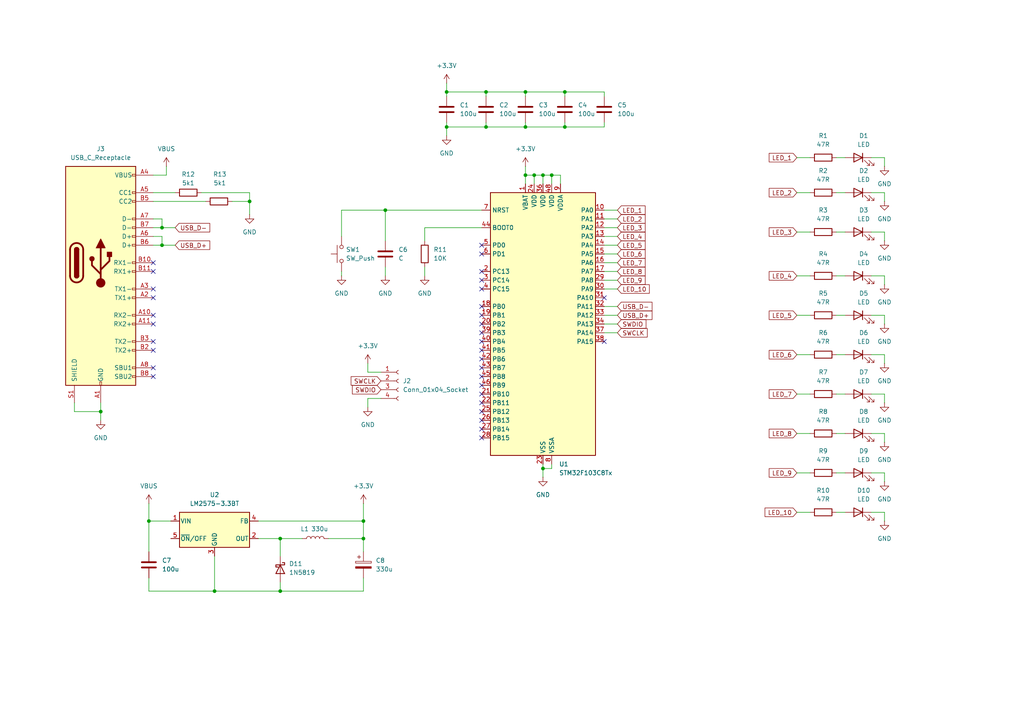
<source format=kicad_sch>
(kicad_sch (version 20250114) (generator "eeschema") (generator_version "9.0")
  (paper "A4")
  (lib_symbols
    (symbol "Connector:Conn_01x04_Socket" (pin_names (offset 1.016) (hide yes))
      (property "Reference" "J" (at 0 5.08 0))
      (property "Value" "Conn_01x04_Socket" (at 0 -7.62 0))
      (symbol "Conn_01x04_Socket_1_1"
        (polyline (pts (xy -1.27 2.54) (xy -0.508 2.54)) (stroke (width 0.1524)))
        (polyline (pts (xy -1.27 0) (xy -0.508 0)) (stroke (width 0.1524)))
        (polyline (pts (xy -1.27 -2.54) (xy -0.508 -2.54)) (stroke (width 0.1524)))
        (polyline (pts (xy -1.27 -5.08) (xy -0.508 -5.08)) (stroke (width 0.1524)))
        (arc (start 0 2.032) (mid -0.5058 2.54) (end 0 3.048) (stroke (width 0.1524)))
        (arc (start 0 -0.508) (mid -0.5058 0) (end 0 0.508) (stroke (width 0.1524)))
        (arc (start 0 -3.048) (mid -0.5058 -2.54) (end 0 -2.032) (stroke (width 0.1524)))
        (arc (start 0 -5.588) (mid -0.5058 -5.08) (end 0 -4.572) (stroke (width 0.1524)))
        (pin passive line (at -5.08 2.54 0) (length 3.81) (name "Pin_1") (number "1"))
        (pin passive line (at -5.08 0 0) (length 3.81) (name "Pin_2") (number "2"))
        (pin passive line (at -5.08 -2.54 0) (length 3.81) (name "Pin_3") (number "3"))
        (pin passive line (at -5.08 -5.08 0) (length 3.81) (name "Pin_4") (number "4"))
      )
    )
    (symbol "Connector:USB_C_Receptacle" (pin_names (offset 1.016))
      (property "Reference" "J" (at -10.16 29.21 0))
      (property "Value" "USB_C_Receptacle" (at 10.16 29.21 0))
      (symbol "USB_C_Receptacle_0_0"
        (rectangle (start -0.254 -35.56) (end 0.254 -34.544))
        (rectangle (start 10.16 25.654) (end 9.144 25.146))
        (rectangle (start 10.16 20.574) (end 9.144 20.066))
        (rectangle (start 10.16 18.034) (end 9.144 17.526))
        (rectangle (start 10.16 12.954) (end 9.144 12.446))
        (rectangle (start 10.16 10.414) (end 9.144 9.906))
        (rectangle (start 10.16 7.874) (end 9.144 7.366))
        (rectangle (start 10.16 5.334) (end 9.144 4.826))
        (rectangle (start 10.16 0.254) (end 9.144 -0.254))
        (rectangle (start 10.16 -2.286) (end 9.144 -2.794))
        (rectangle (start 10.16 -7.366) (end 9.144 -7.874))
        (rectangle (start 10.16 -9.906) (end 9.144 -10.414))
        (rectangle (start 10.16 -14.986) (end 9.144 -15.494))
        (rectangle (start 10.16 -17.526) (end 9.144 -18.034))
        (rectangle (start 10.16 -22.606) (end 9.144 -23.114))
        (rectangle (start 10.16 -25.146) (end 9.144 -25.654))
        (rectangle (start 10.16 -30.226) (end 9.144 -30.734))
        (rectangle (start 10.16 -32.766) (end 9.144 -33.274))
      )
      (symbol "USB_C_Receptacle_0_1"
        (rectangle (start -10.16 27.94) (end 10.16 -35.56) (stroke (width 0.254)) (fill (type background)))
        (polyline (pts (xy -8.89 -3.81) (xy -8.89 3.81)) (stroke (width 0.508)))
        (rectangle (start -7.62 -3.81) (end -6.35 3.81) (stroke (width 0.254)) (fill (type outline)))
        (arc (start -7.62 3.81) (mid -6.985 4.4423) (end -6.35 3.81) (stroke (width 0.254)))
        (arc (start -7.62 3.81) (mid -6.985 4.4423) (end -6.35 3.81) (stroke (width 0.254)) (fill (type outline)))
        (arc (start -8.89 3.81) (mid -6.985 5.7067) (end -5.08 3.81) (stroke (width 0.508)))
        (arc (start -5.08 -3.81) (mid -6.985 -5.7067) (end -8.89 -3.81) (stroke (width 0.508)))
        (arc (start -6.35 -3.81) (mid -6.985 -4.4423) (end -7.62 -3.81) (stroke (width 0.254)))
        (arc (start -6.35 -3.81) (mid -6.985 -4.4423) (end -7.62 -3.81) (stroke (width 0.254)) (fill (type outline)))
        (polyline (pts (xy -5.08 3.81) (xy -5.08 -3.81)) (stroke (width 0.508)))
      )
      (symbol "USB_C_Receptacle_1_1"
        (circle (center -2.54 1.143) (radius 0.635) (stroke (width 0.254)) (fill (type outline)))
        (polyline (pts (xy -1.27 4.318) (xy 0 6.858) (xy 1.27 4.318) (xy -1.27 4.318)) (stroke (width 0.254)) (fill (type outline)))
        (polyline (pts (xy 0 -2.032) (xy 2.54 0.508) (xy 2.54 1.778)) (stroke (width 0.508)))
        (polyline (pts (xy 0 -3.302) (xy -2.54 -0.762) (xy -2.54 0.508)) (stroke (width 0.508)))
        (polyline (pts (xy 0 -5.842) (xy 0 4.318)) (stroke (width 0.508)))
        (circle (center 0 -5.842) (radius 1.27) (fill (type outline)))
        (rectangle (start 1.905 1.778) (end 3.175 3.048) (stroke (width 0.254)) (fill (type outline)))
        (pin passive line (at -7.62 -40.64 90) (length 5.08) (name "SHIELD") (number "S1"))
        (pin passive line (at 0 -40.64 90) (length 5.08) (name "GND") (number "A1"))
        (pin passive line (at 0 -40.64 90) (length 5.08) (hide yes) (name "GND") (number "A12"))
        (pin passive line (at 0 -40.64 90) (length 5.08) (hide yes) (name "GND") (number "B1"))
        (pin passive line (at 0 -40.64 90) (length 5.08) (hide yes) (name "GND") (number "B12"))
        (pin passive line (at 15.24 25.4 180) (length 5.08) (name "VBUS") (number "A4"))
        (pin passive line (at 15.24 25.4 180) (length 5.08) (hide yes) (name "VBUS") (number "A9"))
        (pin passive line (at 15.24 25.4 180) (length 5.08) (hide yes) (name "VBUS") (number "B4"))
        (pin passive line (at 15.24 25.4 180) (length 5.08) (hide yes) (name "VBUS") (number "B9"))
        (pin bidirectional line (at 15.24 20.32 180) (length 5.08) (name "CC1") (number "A5"))
        (pin bidirectional line (at 15.24 17.78 180) (length 5.08) (name "CC2") (number "B5"))
        (pin bidirectional line (at 15.24 12.7 180) (length 5.08) (name "D-") (number "A7"))
        (pin bidirectional line (at 15.24 10.16 180) (length 5.08) (name "D-") (number "B7"))
        (pin bidirectional line (at 15.24 7.62 180) (length 5.08) (name "D+") (number "A6"))
        (pin bidirectional line (at 15.24 5.08 180) (length 5.08) (name "D+") (number "B6"))
        (pin bidirectional line (at 15.24 0 180) (length 5.08) (name "RX1-") (number "B10"))
        (pin bidirectional line (at 15.24 -2.54 180) (length 5.08) (name "RX1+") (number "B11"))
        (pin bidirectional line (at 15.24 -7.62 180) (length 5.08) (name "TX1-") (number "A3"))
        (pin bidirectional line (at 15.24 -10.16 180) (length 5.08) (name "TX1+") (number "A2"))
        (pin bidirectional line (at 15.24 -15.24 180) (length 5.08) (name "RX2-") (number "A10"))
        (pin bidirectional line (at 15.24 -17.78 180) (length 5.08) (name "RX2+") (number "A11"))
        (pin bidirectional line (at 15.24 -22.86 180) (length 5.08) (name "TX2-") (number "B3"))
        (pin bidirectional line (at 15.24 -25.4 180) (length 5.08) (name "TX2+") (number "B2"))
        (pin bidirectional line (at 15.24 -30.48 180) (length 5.08) (name "SBU1") (number "A8"))
        (pin bidirectional line (at 15.24 -33.02 180) (length 5.08) (name "SBU2") (number "B8"))
      )
    )
    (symbol "Device:C" (pin_numbers (hide yes)) (pin_names (offset 0.254))
      (property "Reference" "C" (at 0.635 2.54 0))
      (property "Value" "C" (at 0.635 -2.54 0))
      (symbol "C_0_1"
        (polyline (pts (xy -2.032 0.762) (xy 2.032 0.762)) (stroke (width 0.508)))
        (polyline (pts (xy -2.032 -0.762) (xy 2.032 -0.762)) (stroke (width 0.508)))
      )
      (symbol "C_1_1"
        (pin passive line (at 0 3.81 270) (length 2.794) (name "~") (number "1"))
        (pin passive line (at 0 -3.81 90) (length 2.794) (name "~") (number "2"))
      )
    )
    (symbol "Device:C_Polarized" (pin_numbers (hide yes)) (pin_names (offset 0.254))
      (property "Reference" "C" (at 0.635 2.54 0))
      (property "Value" "C_Polarized" (at 0.635 -2.54 0))
      (symbol "C_Polarized_0_1"
        (rectangle (start -2.286 0.508) (end 2.286 1.016))
        (polyline (pts (xy -1.778 2.286) (xy -0.762 2.286)))
        (polyline (pts (xy -1.27 2.794) (xy -1.27 1.778)))
        (rectangle (start 2.286 -0.508) (end -2.286 -1.016) (fill (type outline)))
      )
      (symbol "C_Polarized_1_1"
        (pin passive line (at 0 3.81 270) (length 2.794) (name "~") (number "1"))
        (pin passive line (at 0 -3.81 90) (length 2.794) (name "~") (number "2"))
      )
    )
    (symbol "Device:L" (pin_numbers (hide yes)) (pin_names (offset 1.016) (hide yes))
      (property "Reference" "L" (at -1.27 0 90))
      (property "Value" "L" (at 1.905 0 90))
      (symbol "L_0_1"
        (arc (start 0 2.54) (mid 0.6323 1.905) (end 0 1.27))
        (arc (start 0 1.27) (mid 0.6323 0.635) (end 0 0))
        (arc (start 0 0) (mid 0.6323 -0.635) (end 0 -1.27))
        (arc (start 0 -1.27) (mid 0.6323 -1.905) (end 0 -2.54))
      )
      (symbol "L_1_1"
        (pin passive line (at 0 3.81 270) (length 1.27) (name "1") (number "1"))
        (pin passive line (at 0 -3.81 90) (length 1.27) (name "2") (number "2"))
      )
    )
    (symbol "Device:LED" (pin_numbers (hide yes)) (pin_names (offset 1.016) (hide yes))
      (property "Reference" "D" (at 0 2.54 0))
      (property "Value" "LED" (at 0 -2.54 0))
      (symbol "LED_0_1"
        (polyline (pts (xy -3.048 -0.762) (xy -4.572 -2.286) (xy -3.81 -2.286) (xy -4.572 -2.286) (xy -4.572 -1.524)))
        (polyline (pts (xy -1.778 -0.762) (xy -3.302 -2.286) (xy -2.54 -2.286) (xy -3.302 -2.286) (xy -3.302 -1.524)))
        (polyline (pts (xy -1.27 0) (xy 1.27 0)))
        (polyline (pts (xy -1.27 -1.27) (xy -1.27 1.27)) (stroke (width 0.254)))
        (polyline (pts (xy 1.27 -1.27) (xy 1.27 1.27) (xy -1.27 0) (xy 1.27 -1.27)) (stroke (width 0.254)))
      )
      (symbol "LED_1_1"
        (pin passive line (at -3.81 0 0) (length 2.54) (name "K") (number "1"))
        (pin passive line (at 3.81 0 180) (length 2.54) (name "A") (number "2"))
      )
    )
    (symbol "Device:R" (pin_numbers (hide yes)) (pin_names (offset 0))
      (property "Reference" "R" (at 2.032 0 90))
      (property "Value" "R" (at 0 0 90))
      (symbol "R_0_1"
        (rectangle (start -1.016 -2.54) (end 1.016 2.54) (stroke (width 0.254)))
      )
      (symbol "R_1_1"
        (pin passive line (at 0 3.81 270) (length 1.27) (name "~") (number "1"))
        (pin passive line (at 0 -3.81 90) (length 1.27) (name "~") (number "2"))
      )
    )
    (symbol "Diode:1N5819" (pin_numbers (hide yes)) (pin_names (offset 1.016) (hide yes))
      (property "Reference" "D" (at 0 2.54 0))
      (property "Value" "1N5819" (at 0 -2.54 0))
      (symbol "1N5819_0_1"
        (polyline (pts (xy -1.905 0.635) (xy -1.905 1.27) (xy -1.27 1.27) (xy -1.27 -1.27) (xy -0.635 -1.27) (xy -0.635 -0.635)) (stroke (width 0.254)))
        (polyline (pts (xy 1.27 1.27) (xy 1.27 -1.27) (xy -1.27 0) (xy 1.27 1.27)) (stroke (width 0.254)))
        (polyline (pts (xy 1.27 0) (xy -1.27 0)))
      )
      (symbol "1N5819_1_1"
        (pin passive line (at -3.81 0 0) (length 2.54) (name "K") (number "1"))
        (pin passive line (at 3.81 0 180) (length 2.54) (name "A") (number "2"))
      )
    )
    (symbol "MCU_ST_STM32F1:STM32F103C8Tx"
      (property "Reference" "U" (at -15.24 39.37 0))
      (property "Value" "STM32F103C8Tx" (at 7.62 39.37 0))
      (symbol "STM32F103C8Tx_0_1"
        (rectangle (start -15.24 -38.1) (end 15.24 38.1) (stroke (width 0.254)) (fill (type background)))
      )
      (symbol "STM32F103C8Tx_1_1"
        (pin input line (at -17.78 33.02 0) (length 2.54) (name "NRST") (number "7"))
        (pin input line (at -17.78 27.94 0) (length 2.54) (name "BOOT0") (number "44"))
        (pin bidirectional line (at -17.78 22.86 0) (length 2.54) (name "PD0") (number "5"))
        (pin bidirectional line (at -17.78 20.32 0) (length 2.54) (name "PD1") (number "6"))
        (pin bidirectional line (at -17.78 15.24 0) (length 2.54) (name "PC13") (number "2"))
        (pin bidirectional line (at -17.78 12.7 0) (length 2.54) (name "PC14") (number "3"))
        (pin bidirectional line (at -17.78 10.16 0) (length 2.54) (name "PC15") (number "4"))
        (pin bidirectional line (at -17.78 5.08 0) (length 2.54) (name "PB0") (number "18"))
        (pin bidirectional line (at -17.78 2.54 0) (length 2.54) (name "PB1") (number "19"))
        (pin bidirectional line (at -17.78 0 0) (length 2.54) (name "PB2") (number "20"))
        (pin bidirectional line (at -17.78 -2.54 0) (length 2.54) (name "PB3") (number "39"))
        (pin bidirectional line (at -17.78 -5.08 0) (length 2.54) (name "PB4") (number "40"))
        (pin bidirectional line (at -17.78 -7.62 0) (length 2.54) (name "PB5") (number "41"))
        (pin bidirectional line (at -17.78 -10.16 0) (length 2.54) (name "PB6") (number "42"))
        (pin bidirectional line (at -17.78 -12.7 0) (length 2.54) (name "PB7") (number "43"))
        (pin bidirectional line (at -17.78 -15.24 0) (length 2.54) (name "PB8") (number "45"))
        (pin bidirectional line (at -17.78 -17.78 0) (length 2.54) (name "PB9") (number "46"))
        (pin bidirectional line (at -17.78 -20.32 0) (length 2.54) (name "PB10") (number "21"))
        (pin bidirectional line (at -17.78 -22.86 0) (length 2.54) (name "PB11") (number "22"))
        (pin bidirectional line (at -17.78 -25.4 0) (length 2.54) (name "PB12") (number "25"))
        (pin bidirectional line (at -17.78 -27.94 0) (length 2.54) (name "PB13") (number "26"))
        (pin bidirectional line (at -17.78 -30.48 0) (length 2.54) (name "PB14") (number "27"))
        (pin bidirectional line (at -17.78 -33.02 0) (length 2.54) (name "PB15") (number "28"))
        (pin power_in line (at -5.08 40.64 270) (length 2.54) (name "VBAT") (number "1"))
        (pin power_in line (at -2.54 40.64 270) (length 2.54) (name "VDD") (number "24"))
        (pin power_in line (at 0 40.64 270) (length 2.54) (name "VDD") (number "36"))
        (pin power_in line (at 0 -40.64 90) (length 2.54) (name "VSS") (number "23"))
        (pin passive line (at 0 -40.64 90) (length 2.54) (hide yes) (name "VSS") (number "35"))
        (pin passive line (at 0 -40.64 90) (length 2.54) (hide yes) (name "VSS") (number "47"))
        (pin power_in line (at 2.54 40.64 270) (length 2.54) (name "VDD") (number "48"))
        (pin power_in line (at 2.54 -40.64 90) (length 2.54) (name "VSSA") (number "8"))
        (pin power_in line (at 5.08 40.64 270) (length 2.54) (name "VDDA") (number "9"))
        (pin bidirectional line (at 17.78 33.02 180) (length 2.54) (name "PA0") (number "10"))
        (pin bidirectional line (at 17.78 30.48 180) (length 2.54) (name "PA1") (number "11"))
        (pin bidirectional line (at 17.78 27.94 180) (length 2.54) (name "PA2") (number "12"))
        (pin bidirectional line (at 17.78 25.4 180) (length 2.54) (name "PA3") (number "13"))
        (pin bidirectional line (at 17.78 22.86 180) (length 2.54) (name "PA4") (number "14"))
        (pin bidirectional line (at 17.78 20.32 180) (length 2.54) (name "PA5") (number "15"))
        (pin bidirectional line (at 17.78 17.78 180) (length 2.54) (name "PA6") (number "16"))
        (pin bidirectional line (at 17.78 15.24 180) (length 2.54) (name "PA7") (number "17"))
        (pin bidirectional line (at 17.78 12.7 180) (length 2.54) (name "PA8") (number "29"))
        (pin bidirectional line (at 17.78 10.16 180) (length 2.54) (name "PA9") (number "30"))
        (pin bidirectional line (at 17.78 7.62 180) (length 2.54) (name "PA10") (number "31"))
        (pin bidirectional line (at 17.78 5.08 180) (length 2.54) (name "PA11") (number "32"))
        (pin bidirectional line (at 17.78 2.54 180) (length 2.54) (name "PA12") (number "33"))
        (pin bidirectional line (at 17.78 0 180) (length 2.54) (name "PA13") (number "34"))
        (pin bidirectional line (at 17.78 -2.54 180) (length 2.54) (name "PA14") (number "37"))
        (pin bidirectional line (at 17.78 -5.08 180) (length 2.54) (name "PA15") (number "38"))
      )
    )
    (symbol "Regulator_Switching:LM2575-3.3BT" (pin_names (offset 0.254))
      (property "Reference" "U" (at -10.16 6.35 0))
      (property "Value" "LM2575-3.3BT" (at 0 6.35 0))
      (symbol "LM2575-3.3BT_0_1"
        (rectangle (start -10.16 5.08) (end 10.16 -5.08) (stroke (width 0.254)) (fill (type background)))
      )
      (symbol "LM2575-3.3BT_1_1"
        (pin power_in line (at -12.7 2.54 0) (length 2.54) (name "VIN") (number "1"))
        (pin input line (at -12.7 -2.54 0) (length 2.54) (name "~{ON}/OFF") (number "5"))
        (pin power_in line (at 0 -7.62 90) (length 2.54) (name "GND") (number "3"))
        (pin input line (at 12.7 2.54 180) (length 2.54) (name "FB") (number "4"))
        (pin output line (at 12.7 -2.54 180) (length 2.54) (name "OUT") (number "2"))
      )
    )
    (symbol "Switch:SW_Push" (pin_numbers (hide yes)) (pin_names (offset 1.016) (hide yes))
      (property "Reference" "SW" (at 1.27 2.54 0))
      (property "Value" "SW_Push" (at 0 -1.524 0))
      (symbol "SW_Push_0_1"
        (circle (center -2.032 0) (radius 0.508))
        (polyline (pts (xy 0 1.27) (xy 0 3.048)))
        (circle (center 2.032 0) (radius 0.508))
        (polyline (pts (xy 2.54 1.27) (xy -2.54 1.27)))
        (pin passive line (at -5.08 0 0) (length 2.54) (name "1") (number "1"))
        (pin passive line (at 5.08 0 180) (length 2.54) (name "2") (number "2"))
      )
    )
    (symbol "power:+3.3V" (power) (pin_numbers (hide yes)) (pin_names (offset 0) (hide yes))
      (property "Value" "+3.3V" (at 0 3.556 0))
      (symbol "+3.3V_0_1"
        (polyline (pts (xy -0.762 1.27) (xy 0 2.54)))
        (polyline (pts (xy 0 2.54) (xy 0.762 1.27)))
        (polyline (pts (xy 0 0) (xy 0 2.54)))
      )
      (symbol "+3.3V_1_1"
        (pin power_in line (at 0 0 90) (length 0) (name "~") (number "1"))
      )
    )
    (symbol "power:GND" (power) (pin_numbers (hide yes)) (pin_names (offset 0) (hide yes))
      (property "Value" "GND" (at 0 -3.81 0))
      (symbol "GND_0_1"
        (polyline (pts (xy 0 0) (xy 0 -1.27) (xy 1.27 -1.27) (xy 0 -2.54) (xy -1.27 -1.27) (xy 0 -1.27)))
      )
      (symbol "GND_1_1"
        (pin power_in line (at 0 0 270) (length 0) (name "~") (number "1"))
      )
    )
    (symbol "power:VBUS" (power) (pin_numbers (hide yes)) (pin_names (offset 0) (hide yes))
      (property "Value" "VBUS" (at 0 3.556 0))
      (symbol "VBUS_0_1"
        (polyline (pts (xy -0.762 1.27) (xy 0 2.54)))
        (polyline (pts (xy 0 2.54) (xy 0.762 1.27)))
        (polyline (pts (xy 0 0) (xy 0 2.54)))
      )
      (symbol "VBUS_1_1"
        (pin power_in line (at 0 0 90) (length 0) (name "~") (number "1"))
      )
    )
  )
  (junction (at 81.28 171.45))
  (junction (at 163.83 26.67))
  (junction (at 105.41 156.21))
  (junction (at 152.4 50.8))
  (junction (at 72.39 58.42))
  (junction (at 129.54 26.67))
  (junction (at 111.76 60.96))
  (junction (at 157.48 135.89))
  (junction (at 46.99 71.12))
  (junction (at 152.4 26.67))
  (junction (at 140.97 26.67))
  (junction (at 81.28 156.21))
  (junction (at 29.21 119.38))
  (junction (at 152.4 36.83))
  (junction (at 140.97 36.83))
  (junction (at 154.94 50.8))
  (junction (at 43.18 151.13))
  (junction (at 46.99 66.04))
  (junction (at 160.02 50.8))
  (junction (at 105.41 151.13))
  (junction (at 157.48 50.8))
  (junction (at 129.54 36.83))
  (junction (at 62.23 171.45))
  (junction (at 163.83 36.83))
  (no_connect (at 44.45 78.74))
  (no_connect (at 139.7 91.44))
  (no_connect (at 44.45 76.2))
  (no_connect (at 44.45 106.68))
  (no_connect (at 139.7 83.82))
  (no_connect (at 139.7 119.38))
  (no_connect (at 139.7 96.52))
  (no_connect (at 139.7 99.06))
  (no_connect (at 44.45 83.82))
  (no_connect (at 139.7 124.46))
  (no_connect (at 44.45 99.06))
  (no_connect (at 139.7 73.66))
  (no_connect (at 139.7 116.84))
  (no_connect (at 44.45 91.44))
  (no_connect (at 139.7 104.14))
  (no_connect (at 139.7 93.98))
  (no_connect (at 139.7 127))
  (no_connect (at 44.45 86.36))
  (no_connect (at 139.7 114.3))
  (no_connect (at 44.45 101.6))
  (no_connect (at 175.26 99.06))
  (no_connect (at 139.7 109.22))
  (no_connect (at 139.7 106.68))
  (no_connect (at 44.45 109.22))
  (no_connect (at 139.7 81.28))
  (no_connect (at 44.45 93.98))
  (no_connect (at 139.7 88.9))
  (no_connect (at 139.7 71.12))
  (no_connect (at 139.7 78.74))
  (no_connect (at 139.7 101.6))
  (no_connect (at 175.26 86.36))
  (no_connect (at 139.7 111.76))
  (no_connect (at 139.7 121.92))
  (wire (pts (xy 242.57 148.59) (xy 245.11 148.59)))
  (wire (pts (xy 29.21 119.38) (xy 29.21 121.92)))
  (wire (pts (xy 175.26 26.67) (xy 175.26 27.94)))
  (wire (pts (xy 152.4 50.8) (xy 152.4 53.34)))
  (wire (pts (xy 231.14 55.88) (xy 234.95 55.88)))
  (wire (pts (xy 175.26 81.28) (xy 179.07 81.28)))
  (wire (pts (xy 152.4 48.26) (xy 152.4 50.8)))
  (wire (pts (xy 256.54 102.87) (xy 252.73 102.87)))
  (wire (pts (xy 157.48 135.89) (xy 160.02 135.89)))
  (wire (pts (xy 175.26 63.5) (xy 179.07 63.5)))
  (wire (pts (xy 81.28 171.45) (xy 62.23 171.45)))
  (wire (pts (xy 256.54 58.42) (xy 256.54 55.88)))
  (wire (pts (xy 231.14 45.72) (xy 234.95 45.72)))
  (wire (pts (xy 129.54 36.83) (xy 129.54 39.37)))
  (wire (pts (xy 162.56 53.34) (xy 162.56 50.8)))
  (wire (pts (xy 152.4 26.67) (xy 163.83 26.67)))
  (wire (pts (xy 48.26 50.8) (xy 44.45 50.8)))
  (wire (pts (xy 129.54 35.56) (xy 129.54 36.83)))
  (wire (pts (xy 256.54 116.84) (xy 256.54 114.3)))
  (wire (pts (xy 231.14 148.59) (xy 234.95 148.59)))
  (wire (pts (xy 163.83 36.83) (xy 175.26 36.83)))
  (wire (pts (xy 242.57 45.72) (xy 245.11 45.72)))
  (wire (pts (xy 256.54 67.31) (xy 252.73 67.31)))
  (wire (pts (xy 256.54 137.16) (xy 252.73 137.16)))
  (wire (pts (xy 231.14 102.87) (xy 234.95 102.87)))
  (wire (pts (xy 157.48 135.89) (xy 157.48 138.43)))
  (wire (pts (xy 160.02 50.8) (xy 160.02 53.34)))
  (wire (pts (xy 110.49 115.57) (xy 106.68 115.57)))
  (wire (pts (xy 256.54 48.26) (xy 256.54 45.72)))
  (wire (pts (xy 99.06 60.96) (xy 99.06 68.58)))
  (wire (pts (xy 48.26 48.26) (xy 48.26 50.8)))
  (wire (pts (xy 157.48 134.62) (xy 157.48 135.89)))
  (wire (pts (xy 129.54 24.13) (xy 129.54 26.67)))
  (wire (pts (xy 21.59 119.38) (xy 29.21 119.38)))
  (wire (pts (xy 105.41 167.64) (xy 105.41 171.45)))
  (wire (pts (xy 81.28 156.21) (xy 81.28 161.29)))
  (wire (pts (xy 81.28 168.91) (xy 81.28 171.45)))
  (wire (pts (xy 231.14 125.73) (xy 234.95 125.73)))
  (wire (pts (xy 152.4 36.83) (xy 163.83 36.83)))
  (wire (pts (xy 175.26 93.98) (xy 179.07 93.98)))
  (wire (pts (xy 105.41 171.45) (xy 81.28 171.45)))
  (wire (pts (xy 44.45 55.88) (xy 50.8 55.88)))
  (wire (pts (xy 44.45 63.5) (xy 46.99 63.5)))
  (wire (pts (xy 175.26 66.04) (xy 179.07 66.04)))
  (wire (pts (xy 256.54 151.13) (xy 256.54 148.59)))
  (wire (pts (xy 29.21 116.84) (xy 29.21 119.38)))
  (wire (pts (xy 175.26 76.2) (xy 179.07 76.2)))
  (wire (pts (xy 242.57 91.44) (xy 245.11 91.44)))
  (wire (pts (xy 256.54 148.59) (xy 252.73 148.59)))
  (wire (pts (xy 256.54 93.98) (xy 256.54 91.44)))
  (wire (pts (xy 231.14 137.16) (xy 234.95 137.16)))
  (wire (pts (xy 81.28 156.21) (xy 87.63 156.21)))
  (wire (pts (xy 46.99 63.5) (xy 46.99 66.04)))
  (wire (pts (xy 74.93 151.13) (xy 105.41 151.13)))
  (wire (pts (xy 175.26 88.9) (xy 179.07 88.9)))
  (wire (pts (xy 175.26 83.82) (xy 179.07 83.82)))
  (wire (pts (xy 62.23 161.29) (xy 62.23 171.45)))
  (wire (pts (xy 256.54 128.27) (xy 256.54 125.73)))
  (wire (pts (xy 242.57 137.16) (xy 245.11 137.16)))
  (wire (pts (xy 256.54 82.55) (xy 256.54 80.01)))
  (wire (pts (xy 256.54 125.73) (xy 252.73 125.73)))
  (wire (pts (xy 175.26 96.52) (xy 179.07 96.52)))
  (wire (pts (xy 242.57 114.3) (xy 245.11 114.3)))
  (wire (pts (xy 106.68 107.95) (xy 110.49 107.95)))
  (wire (pts (xy 106.68 115.57) (xy 106.68 118.11)))
  (wire (pts (xy 129.54 36.83) (xy 140.97 36.83)))
  (wire (pts (xy 43.18 151.13) (xy 43.18 160.02)))
  (wire (pts (xy 242.57 55.88) (xy 245.11 55.88)))
  (wire (pts (xy 58.42 55.88) (xy 72.39 55.88)))
  (wire (pts (xy 46.99 68.58) (xy 46.99 71.12)))
  (wire (pts (xy 106.68 105.41) (xy 106.68 107.95)))
  (wire (pts (xy 256.54 80.01) (xy 252.73 80.01)))
  (wire (pts (xy 140.97 26.67) (xy 152.4 26.67)))
  (wire (pts (xy 43.18 146.05) (xy 43.18 151.13)))
  (wire (pts (xy 46.99 71.12) (xy 50.8 71.12)))
  (wire (pts (xy 154.94 50.8) (xy 157.48 50.8)))
  (wire (pts (xy 46.99 71.12) (xy 44.45 71.12)))
  (wire (pts (xy 43.18 151.13) (xy 49.53 151.13)))
  (wire (pts (xy 140.97 26.67) (xy 140.97 27.94)))
  (wire (pts (xy 154.94 53.34) (xy 154.94 50.8)))
  (wire (pts (xy 44.45 58.42) (xy 59.69 58.42)))
  (wire (pts (xy 111.76 60.96) (xy 111.76 69.85)))
  (wire (pts (xy 46.99 66.04) (xy 44.45 66.04)))
  (wire (pts (xy 129.54 26.67) (xy 129.54 27.94)))
  (wire (pts (xy 111.76 77.47) (xy 111.76 80.01)))
  (wire (pts (xy 74.93 156.21) (xy 81.28 156.21)))
  (wire (pts (xy 157.48 50.8) (xy 160.02 50.8)))
  (wire (pts (xy 129.54 26.67) (xy 140.97 26.67)))
  (wire (pts (xy 95.25 156.21) (xy 105.41 156.21)))
  (wire (pts (xy 242.57 102.87) (xy 245.11 102.87)))
  (wire (pts (xy 152.4 26.67) (xy 152.4 27.94)))
  (wire (pts (xy 72.39 58.42) (xy 72.39 62.23)))
  (wire (pts (xy 256.54 91.44) (xy 252.73 91.44)))
  (wire (pts (xy 152.4 50.8) (xy 154.94 50.8)))
  (wire (pts (xy 231.14 114.3) (xy 234.95 114.3)))
  (wire (pts (xy 123.19 69.85) (xy 123.19 66.04)))
  (wire (pts (xy 256.54 69.85) (xy 256.54 67.31)))
  (wire (pts (xy 152.4 35.56) (xy 152.4 36.83)))
  (wire (pts (xy 46.99 66.04) (xy 50.8 66.04)))
  (wire (pts (xy 175.26 73.66) (xy 179.07 73.66)))
  (wire (pts (xy 175.26 71.12) (xy 179.07 71.12)))
  (wire (pts (xy 21.59 116.84) (xy 21.59 119.38)))
  (wire (pts (xy 162.56 50.8) (xy 160.02 50.8)))
  (wire (pts (xy 256.54 139.7) (xy 256.54 137.16)))
  (wire (pts (xy 44.45 68.58) (xy 46.99 68.58)))
  (wire (pts (xy 256.54 114.3) (xy 252.73 114.3)))
  (wire (pts (xy 231.14 67.31) (xy 234.95 67.31)))
  (wire (pts (xy 256.54 55.88) (xy 252.73 55.88)))
  (wire (pts (xy 99.06 60.96) (xy 111.76 60.96)))
  (wire (pts (xy 111.76 60.96) (xy 139.7 60.96)))
  (wire (pts (xy 123.19 66.04) (xy 139.7 66.04)))
  (wire (pts (xy 175.26 36.83) (xy 175.26 35.56)))
  (wire (pts (xy 231.14 80.01) (xy 234.95 80.01)))
  (wire (pts (xy 256.54 45.72) (xy 252.73 45.72)))
  (wire (pts (xy 242.57 80.01) (xy 245.11 80.01)))
  (wire (pts (xy 105.41 151.13) (xy 105.41 156.21)))
  (wire (pts (xy 175.26 68.58) (xy 179.07 68.58)))
  (wire (pts (xy 242.57 125.73) (xy 245.11 125.73)))
  (wire (pts (xy 256.54 105.41) (xy 256.54 102.87)))
  (wire (pts (xy 72.39 55.88) (xy 72.39 58.42)))
  (wire (pts (xy 163.83 26.67) (xy 163.83 27.94)))
  (wire (pts (xy 160.02 135.89) (xy 160.02 134.62)))
  (wire (pts (xy 62.23 171.45) (xy 43.18 171.45)))
  (wire (pts (xy 105.41 156.21) (xy 105.41 160.02)))
  (wire (pts (xy 157.48 50.8) (xy 157.48 53.34)))
  (wire (pts (xy 140.97 36.83) (xy 152.4 36.83)))
  (wire (pts (xy 67.31 58.42) (xy 72.39 58.42)))
  (wire (pts (xy 175.26 91.44) (xy 179.07 91.44)))
  (wire (pts (xy 175.26 78.74) (xy 179.07 78.74)))
  (wire (pts (xy 163.83 26.67) (xy 175.26 26.67)))
  (wire (pts (xy 242.57 67.31) (xy 245.11 67.31)))
  (wire (pts (xy 99.06 78.74) (xy 99.06 80.01)))
  (wire (pts (xy 163.83 35.56) (xy 163.83 36.83)))
  (wire (pts (xy 105.41 146.05) (xy 105.41 151.13)))
  (wire (pts (xy 231.14 91.44) (xy 234.95 91.44)))
  (wire (pts (xy 140.97 35.56) (xy 140.97 36.83)))
  (wire (pts (xy 123.19 77.47) (xy 123.19 80.01)))
  (wire (pts (xy 175.26 60.96) (xy 179.07 60.96)))
  (wire (pts (xy 43.18 171.45) (xy 43.18 167.64)))
  (global_label "LED_5" (shape input) (at 231.14 91.44 180) (property "Intersheetrefs" "${INTERSHEET_REFS}" (effects (hide yes))))
  (global_label "LED_2" (shape input) (at 179.07 63.5 0) (property "Intersheetrefs" "${INTERSHEET_REFS}" (effects (hide yes))))
  (global_label "LED_4" (shape input) (at 231.14 80.01 180) (property "Intersheetrefs" "${INTERSHEET_REFS}" (effects (hide yes))))
  (global_label "USB_D-" (shape input) (at 50.8 66.04 0) (property "Intersheetrefs" "${INTERSHEET_REFS}" (effects (hide yes))))
  (global_label "USB_D-" (shape input) (at 179.07 88.9 0) (property "Intersheetrefs" "${INTERSHEET_REFS}" (effects (hide yes))))
  (global_label "SWCLK" (shape input) (at 110.49 110.49 180) (property "Intersheetrefs" "${INTERSHEET_REFS}" (effects (hide yes))))
  (global_label "SWDIO" (shape input) (at 110.49 113.03 180) (property "Intersheetrefs" "${INTERSHEET_REFS}" (effects (hide yes))))
  (global_label "SWCLK" (shape input) (at 179.07 96.52 0) (property "Intersheetrefs" "${INTERSHEET_REFS}" (effects (hide yes))))
  (global_label "LED_4" (shape input) (at 179.07 68.58 0) (property "Intersheetrefs" "${INTERSHEET_REFS}" (effects (hide yes))))
  (global_label "LED_1" (shape input) (at 231.14 45.72 180) (property "Intersheetrefs" "${INTERSHEET_REFS}" (effects (hide yes))))
  (global_label "USB_D+" (shape input) (at 50.8 71.12 0) (property "Intersheetrefs" "${INTERSHEET_REFS}" (effects (hide yes))))
  (global_label "USB_D+" (shape input) (at 179.07 91.44 0) (property "Intersheetrefs" "${INTERSHEET_REFS}" (effects (hide yes))))
  (global_label "LED_10" (shape input) (at 231.14 148.59 180) (property "Intersheetrefs" "${INTERSHEET_REFS}" (effects (hide yes))))
  (global_label "LED_6" (shape input) (at 179.07 73.66 0) (property "Intersheetrefs" "${INTERSHEET_REFS}" (effects (hide yes))))
  (global_label "LED_3" (shape input) (at 231.14 67.31 180) (property "Intersheetrefs" "${INTERSHEET_REFS}" (effects (hide yes))))
  (global_label "LED_9" (shape input) (at 231.14 137.16 180) (property "Intersheetrefs" "${INTERSHEET_REFS}" (effects (hide yes))))
  (global_label "LED_3" (shape input) (at 179.07 66.04 0) (property "Intersheetrefs" "${INTERSHEET_REFS}" (effects (hide yes))))
  (global_label "LED_9" (shape input) (at 179.07 81.28 0) (property "Intersheetrefs" "${INTERSHEET_REFS}" (effects (hide yes))))
  (global_label "LED_7" (shape input) (at 179.07 76.2 0) (property "Intersheetrefs" "${INTERSHEET_REFS}" (effects (hide yes))))
  (global_label "LED_1" (shape input) (at 179.07 60.96 0) (property "Intersheetrefs" "${INTERSHEET_REFS}" (effects (hide yes))))
  (global_label "LED_8" (shape input) (at 179.07 78.74 0) (property "Intersheetrefs" "${INTERSHEET_REFS}" (effects (hide yes))))
  (global_label "LED_6" (shape input) (at 231.14 102.87 180) (property "Intersheetrefs" "${INTERSHEET_REFS}" (effects (hide yes))))
  (global_label "LED_8" (shape input) (at 231.14 125.73 180) (property "Intersheetrefs" "${INTERSHEET_REFS}" (effects (hide yes))))
  (global_label "LED_10" (shape input) (at 179.07 83.82 0) (property "Intersheetrefs" "${INTERSHEET_REFS}" (effects (hide yes))))
  (global_label "LED_2" (shape input) (at 231.14 55.88 180) (property "Intersheetrefs" "${INTERSHEET_REFS}" (effects (hide yes))))
  (global_label "LED_7" (shape input) (at 231.14 114.3 180) (property "Intersheetrefs" "${INTERSHEET_REFS}" (effects (hide yes))))
  (global_label "LED_5" (shape input) (at 179.07 71.12 0) (property "Intersheetrefs" "${INTERSHEET_REFS}" (effects (hide yes))))
  (global_label "SWDIO" (shape input) (at 179.07 93.98 0) (property "Intersheetrefs" "${INTERSHEET_REFS}" (effects (hide yes))))
  (symbol (lib_id "power:GND") (at 99.06 80.01 0) (unit 1)
    (property "Reference" "#PWR018" (effects (hide yes)))
    (property "Value" "GND" (at 99.06 85.09 0))
    (property "Description" "Power symbol creates a global label with name \"GND\" , ground" (effects (hide yes)))
  )
  (symbol (lib_id "Device:R") (at 54.61 55.88 90) (unit 1)
    (property "Reference" "R12" (at 54.61 50.546 90))
    (property "Value" "5k1" (at 54.61 53.086 90))
    (property "Footprint" "LED_SMD:LED_0603_1608Metric_Pad1.05x0.95mm_HandSolder" (effects (hide yes)))
    (property "Description" "Resistor" (effects (hide yes)))
  )
  (symbol (lib_id "power:GND") (at 256.54 128.27 0) (unit 1)
    (property "Reference" "#PWR014" (effects (hide yes)))
    (property "Value" "GND" (at 256.54 133.35 0))
    (property "Description" "Power symbol creates a global label with name \"GND\" , ground" (effects (hide yes)))
  )
  (symbol (lib_id "Device:LED") (at 248.92 80.01 0) (mirror y) (unit 1)
    (property "Reference" "D4" (at 250.5075 73.66 0))
    (property "Value" "LED" (at 250.5075 76.2 0))
    (property "Footprint" "LED_SMD:LED_0603_1608Metric_Pad1.05x0.95mm_HandSolder" (effects (hide yes)))
    (property "Datasheet" "https://lcsc.com/datasheet/lcsc_datasheet_2504101957_XINGLIGHT-XL-1608SURC-04_C965798.pdf" (effects (hide yes)))
    (property "Description" "Light emitting diode, XINGLIGHT XL-1608SURC-04, LCSC: C965798" (effects (hide yes)))
    (property "Sim.Pins" "1=K 2=A" (effects (hide yes)))
  )
  (symbol (lib_id "Device:LED") (at 248.92 148.59 0) (mirror y) (unit 1)
    (property "Reference" "D10" (at 250.5075 142.24 0))
    (property "Value" "LED" (at 250.5075 144.78 0))
    (property "Footprint" "LED_SMD:LED_0603_1608Metric_Pad1.05x0.95mm_HandSolder" (effects (hide yes)))
    (property "Datasheet" "https://lcsc.com/datasheet/lcsc_datasheet_2504101957_XINGLIGHT-XL-1608SURC-04_C965798.pdf" (effects (hide yes)))
    (property "Description" "Light emitting diode, XINGLIGHT XL-1608SURC-04, LCSC: C965798" (effects (hide yes)))
    (property "Sim.Pins" "1=K 2=A" (effects (hide yes)))
  )
  (symbol (lib_id "Device:LED") (at 248.92 114.3 0) (mirror y) (unit 1)
    (property "Reference" "D7" (at 250.5075 107.95 0))
    (property "Value" "LED" (at 250.5075 110.49 0))
    (property "Footprint" "LED_SMD:LED_0603_1608Metric_Pad1.05x0.95mm_HandSolder" (effects (hide yes)))
    (property "Datasheet" "https://lcsc.com/datasheet/lcsc_datasheet_2504101957_XINGLIGHT-XL-1608SURC-04_C965798.pdf" (effects (hide yes)))
    (property "Description" "Light emitting diode, XINGLIGHT XL-1608SURC-04, LCSC: C965798" (effects (hide yes)))
    (property "Sim.Pins" "1=K 2=A" (effects (hide yes)))
  )
  (symbol (lib_id "power:GND") (at 157.48 138.43 0) (unit 1)
    (property "Reference" "#PWR06" (effects (hide yes)))
    (property "Value" "GND" (at 157.48 143.51 0))
    (property "Description" "Power symbol creates a global label with name \"GND\" , ground" (effects (hide yes)))
  )
  (symbol (lib_id "power:GND") (at 129.54 39.37 0) (unit 1)
    (property "Reference" "#PWR02" (effects (hide yes)))
    (property "Value" "GND" (at 129.54 44.45 0))
    (property "Description" "Power symbol creates a global label with name \"GND\" , ground" (effects (hide yes)))
  )
  (symbol (lib_id "Device:R") (at 238.76 148.59 270) (mirror x) (unit 1)
    (property "Reference" "R10" (at 238.76 142.24 90))
    (property "Value" "47R" (at 238.76 144.78 90))
    (property "Footprint" "LED_SMD:LED_0603_1608Metric_Pad1.05x0.95mm_HandSolder" (effects (hide yes)))
    (property "Description" "Resistor" (effects (hide yes)))
  )
  (symbol (lib_id "Device:R") (at 238.76 102.87 270) (mirror x) (unit 1)
    (property "Reference" "R6" (at 238.76 96.52 90))
    (property "Value" "47R" (at 238.76 99.06 90))
    (property "Footprint" "LED_SMD:LED_0603_1608Metric_Pad1.05x0.95mm_HandSolder" (effects (hide yes)))
    (property "Description" "Resistor" (effects (hide yes)))
  )
  (symbol (lib_id "power:GND") (at 106.68 118.11 0) (unit 1)
    (property "Reference" "#PWR03" (effects (hide yes)))
    (property "Value" "GND" (at 106.68 123.19 0))
    (property "Description" "Power symbol creates a global label with name \"GND\" , ground" (effects (hide yes)))
  )
  (symbol (lib_id "Device:R") (at 238.76 114.3 270) (mirror x) (unit 1)
    (property "Reference" "R7" (at 238.76 107.95 90))
    (property "Value" "47R" (at 238.76 110.49 90))
    (property "Footprint" "LED_SMD:LED_0603_1608Metric_Pad1.05x0.95mm_HandSolder" (effects (hide yes)))
    (property "Description" "Resistor" (effects (hide yes)))
  )
  (symbol (lib_id "Connector:USB_C_Receptacle") (at 29.21 76.2 0) (unit 1)
    (property "Reference" "J3" (at 29.21 43.18 0))
    (property "Value" "USB_C_Receptacle" (at 29.21 45.72 0))
    (property "Datasheet" "https://www.usb.org/sites/default/files/documents/usb_type-c.zip" (effects (hide yes)))
    (property "Description" "USB Full-Featured Type-C Receptacle connector" (effects (hide yes)))
  )
  (symbol (lib_id "power:GND") (at 256.54 58.42 0) (unit 1)
    (property "Reference" "#PWR08" (effects (hide yes)))
    (property "Value" "GND" (at 256.54 63.5 0))
    (property "Description" "Power symbol creates a global label with name \"GND\" , ground" (effects (hide yes)))
  )
  (symbol (lib_id "Device:C") (at 175.26 31.75 0) (unit 1)
    (property "Reference" "C5" (at 179.07 30.4799 0) (effects (justify left)))
    (property "Value" "100u" (at 179.07 33.0199 0) (effects (justify left)))
    (property "Footprint" "Capacitor_SMD:C_0603_1608Metric_Pad1.08x0.95mm_HandSolder" (effects (hide yes)))
    (property "Description" "Unpolarized capacitor" (effects (hide yes)))
  )
  (symbol (lib_id "Device:LED") (at 248.92 125.73 0) (mirror y) (unit 1)
    (property "Reference" "D8" (at 250.5075 119.38 0))
    (property "Value" "LED" (at 250.5075 121.92 0))
    (property "Footprint" "LED_SMD:LED_0603_1608Metric_Pad1.05x0.95mm_HandSolder" (effects (hide yes)))
    (property "Datasheet" "https://lcsc.com/datasheet/lcsc_datasheet_2504101957_XINGLIGHT-XL-1608SURC-04_C965798.pdf" (effects (hide yes)))
    (property "Description" "Light emitting diode, XINGLIGHT XL-1608SURC-04, LCSC: C965798" (effects (hide yes)))
    (property "Sim.Pins" "1=K 2=A" (effects (hide yes)))
  )
  (symbol (lib_id "power:+3.3V") (at 105.41 146.05 0) (unit 1)
    (property "Reference" "#PWR022" (effects (hide yes)))
    (property "Value" "+3.3V" (at 105.41 140.97 0))
    (property "Description" "Power symbol creates a global label with name \"+3.3V\"" (effects (hide yes)))
  )
  (symbol (lib_id "power:GND") (at 256.54 139.7 0) (unit 1)
    (property "Reference" "#PWR015" (effects (hide yes)))
    (property "Value" "GND" (at 256.54 144.78 0))
    (property "Description" "Power symbol creates a global label with name \"GND\" , ground" (effects (hide yes)))
  )
  (symbol (lib_id "Device:R") (at 238.76 55.88 270) (mirror x) (unit 1)
    (property "Reference" "R2" (at 238.76 49.53 90))
    (property "Value" "47R" (at 238.76 52.07 90))
    (property "Footprint" "LED_SMD:LED_0603_1608Metric_Pad1.05x0.95mm_HandSolder" (effects (hide yes)))
    (property "Description" "Resistor" (effects (hide yes)))
  )
  (symbol (lib_id "Device:C_Polarized") (at 105.41 163.83 0) (unit 1)
    (property "Reference" "C8" (at 108.966 162.56 0) (effects (justify left)))
    (property "Value" "330u" (at 108.966 165.1 0) (effects (justify left)))
    (property "Footprint" "Capacitor_SMD:CP_Elec_6.3x7.7" (effects (hide yes)))
    (property "Description" "Polarized capacitor" (effects (hide yes)))
  )
  (symbol (lib_id "power:VBUS") (at 48.26 48.26 0) (unit 1)
    (property "Reference" "#PWR023" (effects (hide yes)))
    (property "Value" "VBUS" (at 48.26 43.18 0))
    (property "Description" "Power symbol creates a global label with name \"VBUS\"" (effects (hide yes)))
  )
  (symbol (lib_id "Regulator_Switching:LM2575-3.3BT") (at 62.23 153.67 0) (unit 1)
    (property "Reference" "U2" (at 62.23 143.51 0))
    (property "Value" "LM2575-3.3BT" (at 62.23 146.05 0))
    (property "Footprint" "Package_TO_SOT_SMD:TO-263-5_TabPin6" (effects (hide yes)))
    (property "Datasheet" "http://ww1.microchip.com/downloads/en/DeviceDoc/lm2575.pdf" (effects (hide yes)))
    (property "Description" "Fixed 3.3V 52kHz Simple 1A Buck Regulator, TO-220-5" (effects (hide yes)))
  )
  (symbol (lib_id "power:VBUS") (at 43.18 146.05 0) (unit 1)
    (property "Reference" "#PWR021" (effects (hide yes)))
    (property "Value" "VBUS" (at 43.18 140.97 0))
    (property "Description" "Power symbol creates a global label with name \"VBUS\"" (effects (hide yes)))
  )
  (symbol (lib_id "Diode:1N5819") (at 81.28 165.1 270) (unit 1)
    (property "Reference" "D11" (at 83.82 163.5124 90) (effects (justify left)))
    (property "Value" "1N5819" (at 83.82 166.0524 90) (effects (justify left)))
    (property "Footprint" "Diode_THT:D_DO-41_SOD81_P10.16mm_Horizontal" (effects (hide yes)))
    (property "Datasheet" "http://www.vishay.com/docs/88525/1n5817.pdf" (effects (hide yes)))
    (property "Description" "40V 1A Schottky Barrier Rectifier Diode, DO-41" (effects (hide yes)))
  )
  (symbol (lib_id "Device:R") (at 123.19 73.66 180) (unit 1)
    (property "Reference" "R11" (at 125.73 72.3899 0) (effects (justify right)))
    (property "Value" "10K" (at 125.73 74.9299 0) (effects (justify right)))
    (property "Footprint" "LED_SMD:LED_0603_1608Metric_Pad1.05x0.95mm_HandSolder" (effects (hide yes)))
    (property "Description" "Resistor" (effects (hide yes)))
  )
  (symbol (lib_id "power:GND") (at 256.54 48.26 0) (unit 1)
    (property "Reference" "#PWR07" (effects (hide yes)))
    (property "Value" "GND" (at 256.54 53.34 0))
    (property "Description" "Power symbol creates a global label with name \"GND\" , ground" (effects (hide yes)))
  )
  (symbol (lib_id "Device:R") (at 238.76 91.44 270) (mirror x) (unit 1)
    (property "Reference" "R5" (at 238.76 85.09 90))
    (property "Value" "47R" (at 238.76 87.63 90))
    (property "Footprint" "LED_SMD:LED_0603_1608Metric_Pad1.05x0.95mm_HandSolder" (effects (hide yes)))
    (property "Description" "Resistor" (effects (hide yes)))
  )
  (symbol (lib_id "Device:R") (at 238.76 45.72 270) (mirror x) (unit 1)
    (property "Reference" "R1" (at 238.76 39.37 90))
    (property "Value" "47R" (at 238.76 41.91 90))
    (property "Footprint" "LED_SMD:LED_0603_1608Metric_Pad1.05x0.95mm_HandSolder" (effects (hide yes)))
    (property "Description" "Resistor" (effects (hide yes)))
  )
  (symbol (lib_id "power:GND") (at 29.21 121.92 0) (unit 1)
    (property "Reference" "#PWR020" (effects (hide yes)))
    (property "Value" "GND" (at 29.21 127 0))
    (property "Description" "Power symbol creates a global label with name \"GND\" , ground" (effects (hide yes)))
  )
  (symbol (lib_id "power:GND") (at 256.54 82.55 0) (unit 1)
    (property "Reference" "#PWR010" (effects (hide yes)))
    (property "Value" "GND" (at 256.54 87.63 0))
    (property "Description" "Power symbol creates a global label with name \"GND\" , ground" (effects (hide yes)))
  )
  (symbol (lib_id "Device:L") (at 91.44 156.21 90) (unit 1)
    (property "Reference" "L1" (at 88.392 153.416 90))
    (property "Value" "330u" (at 92.71 153.416 90))
    (property "Footprint" "Inductor_SMD:L_6.3x6.3_H3" (effects (hide yes)))
    (property "Description" "Inductor" (effects (hide yes)))
  )
  (symbol (lib_id "power:GND") (at 256.54 105.41 0) (unit 1)
    (property "Reference" "#PWR012" (effects (hide yes)))
    (property "Value" "GND" (at 256.54 110.49 0))
    (property "Description" "Power symbol creates a global label with name \"GND\" , ground" (effects (hide yes)))
  )
  (symbol (lib_id "Device:C") (at 129.54 31.75 0) (unit 1)
    (property "Reference" "C1" (at 133.35 30.4799 0) (effects (justify left)))
    (property "Value" "100u" (at 133.35 33.0199 0) (effects (justify left)))
    (property "Footprint" "LED_SMD:LED_0603_1608Metric_Pad1.05x0.95mm_HandSolder" (effects (hide yes)))
    (property "Description" "Unpolarized capacitor" (effects (hide yes)))
  )
  (symbol (lib_id "Device:LED") (at 248.92 67.31 0) (mirror y) (unit 1)
    (property "Reference" "D3" (at 250.5075 60.96 0))
    (property "Value" "LED" (at 250.5075 63.5 0))
    (property "Footprint" "LED_SMD:LED_0603_1608Metric_Pad1.05x0.95mm_HandSolder" (effects (hide yes)))
    (property "Datasheet" "https://lcsc.com/datasheet/lcsc_datasheet_2504101957_XINGLIGHT-XL-1608SURC-04_C965798.pdf" (effects (hide yes)))
    (property "Description" "Light emitting diode, XINGLIGHT XL-1608SURC-04, LCSC: C965798" (effects (hide yes)))
    (property "Sim.Pins" "1=K 2=A" (effects (hide yes)))
  )
  (symbol (lib_id "Device:C") (at 163.83 31.75 0) (unit 1)
    (property "Reference" "C4" (at 167.64 30.4799 0) (effects (justify left)))
    (property "Value" "100u" (at 167.64 33.0199 0) (effects (justify left)))
    (property "Footprint" "Capacitor_SMD:C_0603_1608Metric_Pad1.08x0.95mm_HandSolder" (effects (hide yes)))
    (property "Description" "Unpolarized capacitor" (effects (hide yes)))
  )
  (symbol (lib_id "Device:LED") (at 248.92 45.72 0) (mirror y) (unit 1)
    (property "Reference" "D1" (at 250.5075 39.37 0))
    (property "Value" "LED" (at 250.5075 41.91 0))
    (property "Footprint" "LED_SMD:LED_0603_1608Metric_Pad1.05x0.95mm_HandSolder" (effects (hide yes)))
    (property "Datasheet" "https://lcsc.com/datasheet/lcsc_datasheet_2504101957_XINGLIGHT-XL-1608SURC-04_C965798.pdf" (effects (hide yes)))
    (property "Description" "Light emitting diode, XINGLIGHT XL-1608SURC-04, LCSC: C965798" (effects (hide yes)))
    (property "Sim.Pins" "1=K 2=A" (effects (hide yes)))
  )
  (symbol (lib_id "Device:C") (at 43.18 163.83 0) (unit 1)
    (property "Reference" "C7" (at 46.99 162.5599 0) (effects (justify left)))
    (property "Value" "100u" (at 46.99 165.0999 0) (effects (justify left)))
    (property "Footprint" "Capacitor_SMD:C_0603_1608Metric_Pad1.08x0.95mm_HandSolder" (effects (hide yes)))
    (property "Description" "Unpolarized capacitor" (effects (hide yes)))
  )
  (symbol (lib_id "power:GND") (at 123.19 80.01 0) (unit 1)
    (property "Reference" "#PWR017" (effects (hide yes)))
    (property "Value" "GND" (at 123.19 85.09 0))
    (property "Description" "Power symbol creates a global label with name \"GND\" , ground" (effects (hide yes)))
  )
  (symbol (lib_id "Device:LED") (at 248.92 102.87 0) (mirror y) (unit 1)
    (property "Reference" "D6" (at 250.5075 96.52 0))
    (property "Value" "LED" (at 250.5075 99.06 0))
    (property "Footprint" "LED_SMD:LED_0603_1608Metric_Pad1.05x0.95mm_HandSolder" (effects (hide yes)))
    (property "Datasheet" "https://lcsc.com/datasheet/lcsc_datasheet_2504101957_XINGLIGHT-XL-1608SURC-04_C965798.pdf" (effects (hide yes)))
    (property "Description" "Light emitting diode, XINGLIGHT XL-1608SURC-04, LCSC: C965798" (effects (hide yes)))
    (property "Sim.Pins" "1=K 2=A" (effects (hide yes)))
  )
  (symbol (lib_id "Device:LED") (at 248.92 137.16 0) (mirror y) (unit 1)
    (property "Reference" "D9" (at 250.5075 130.81 0))
    (property "Value" "LED" (at 250.5075 133.35 0))
    (property "Footprint" "LED_SMD:LED_0603_1608Metric_Pad1.05x0.95mm_HandSolder" (effects (hide yes)))
    (property "Datasheet" "https://lcsc.com/datasheet/lcsc_datasheet_2504101957_XINGLIGHT-XL-1608SURC-04_C965798.pdf" (effects (hide yes)))
    (property "Description" "Light emitting diode, XINGLIGHT XL-1608SURC-04, LCSC: C965798" (effects (hide yes)))
    (property "Sim.Pins" "1=K 2=A" (effects (hide yes)))
  )
  (symbol (lib_id "Device:R") (at 238.76 80.01 270) (mirror x) (unit 1)
    (property "Reference" "R4" (at 238.76 73.66 90))
    (property "Value" "47R" (at 238.76 76.2 90))
    (property "Footprint" "LED_SMD:LED_0603_1608Metric_Pad1.05x0.95mm_HandSolder" (effects (hide yes)))
    (property "Description" "Resistor" (effects (hide yes)))
  )
  (symbol (lib_id "power:GND") (at 256.54 69.85 0) (unit 1)
    (property "Reference" "#PWR09" (effects (hide yes)))
    (property "Value" "GND" (at 256.54 74.93 0))
    (property "Description" "Power symbol creates a global label with name \"GND\" , ground" (effects (hide yes)))
  )
  (symbol (lib_id "Device:LED") (at 248.92 91.44 0) (mirror y) (unit 1)
    (property "Reference" "D5" (at 250.5075 85.09 0))
    (property "Value" "LED" (at 250.5075 87.63 0))
    (property "Footprint" "LED_SMD:LED_0603_1608Metric_Pad1.05x0.95mm_HandSolder" (effects (hide yes)))
    (property "Datasheet" "https://lcsc.com/datasheet/lcsc_datasheet_2504101957_XINGLIGHT-XL-1608SURC-04_C965798.pdf" (effects (hide yes)))
    (property "Description" "Light emitting diode, XINGLIGHT XL-1608SURC-04, LCSC: C965798" (effects (hide yes)))
    (property "Sim.Pins" "1=K 2=A" (effects (hide yes)))
  )
  (symbol (lib_id "power:+3.3V") (at 106.68 105.41 0) (unit 1)
    (property "Reference" "#PWR04" (effects (hide yes)))
    (property "Value" "+3.3V" (at 106.68 100.33 0))
    (property "Description" "Power symbol creates a global label with name \"+3.3V\"" (effects (hide yes)))
  )
  (symbol (lib_id "Device:R") (at 238.76 125.73 270) (mirror x) (unit 1)
    (property "Reference" "R8" (at 238.76 119.38 90))
    (property "Value" "47R" (at 238.76 121.92 90))
    (property "Footprint" "LED_SMD:LED_0603_1608Metric_Pad1.05x0.95mm_HandSolder" (effects (hide yes)))
    (property "Description" "Resistor" (effects (hide yes)))
  )
  (symbol (lib_id "Device:R") (at 63.5 58.42 90) (unit 1)
    (property "Reference" "R13" (at 63.754 50.546 90))
    (property "Value" "5k1" (at 63.754 53.086 90))
    (property "Footprint" "LED_SMD:LED_0603_1608Metric_Pad1.05x0.95mm_HandSolder" (effects (hide yes)))
    (property "Description" "Resistor" (effects (hide yes)))
  )
  (symbol (lib_id "Switch:SW_Push") (at 99.06 73.66 90) (unit 1)
    (property "Reference" "SW1" (at 100.33 72.3899 90) (effects (justify right)))
    (property "Value" "SW_Push" (at 100.33 74.9299 90) (effects (justify right)))
    (property "Footprint" "easyeda2kicad:KEY-SMD_4P-L6.2-W6.5-P4.50-LS8.0_SKHMXX" (effects (hide yes)))
    (property "Description" "Push button switch, generic, two pins" (effects (hide yes)))
  )
  (symbol (lib_id "Connector:Conn_01x04_Socket") (at 115.57 110.49 0) (unit 1)
    (property "Reference" "J2" (at 116.84 110.4899 0) (effects (justify left)))
    (property "Value" "Conn_01x04_Socket" (at 116.84 113.0299 0) (effects (justify left)))
    (property "Footprint" "Connector_JST:JST_XH_B4B-XH-A_1x04_P2.50mm_Vertical" (effects (hide yes)))
    (property "Description" "Generic connector, single row, 01x04, script generated" (effects (hide yes)))
  )
  (symbol (lib_id "power:+3.3V") (at 129.54 24.13 0) (unit 1)
    (property "Reference" "#PWR01" (effects (hide yes)))
    (property "Value" "+3.3V" (at 129.54 19.05 0))
    (property "Description" "Power symbol creates a global label with name \"+3.3V\"" (effects (hide yes)))
  )
  (symbol (lib_id "Device:C") (at 152.4 31.75 0) (unit 1)
    (property "Reference" "C3" (at 156.21 30.4799 0) (effects (justify left)))
    (property "Value" "100u" (at 156.21 33.0199 0) (effects (justify left)))
    (property "Footprint" "Capacitor_SMD:C_0603_1608Metric_Pad1.08x0.95mm_HandSolder" (effects (hide yes)))
    (property "Description" "Unpolarized capacitor" (effects (hide yes)))
  )
  (symbol (lib_id "Device:R") (at 238.76 67.31 270) (mirror x) (unit 1)
    (property "Reference" "R3" (at 238.76 60.96 90))
    (property "Value" "47R" (at 238.76 63.5 90))
    (property "Footprint" "LED_SMD:LED_0603_1608Metric_Pad1.05x0.95mm_HandSolder" (effects (hide yes)))
    (property "Description" "Resistor" (effects (hide yes)))
  )
  (symbol (lib_id "power:+3.3V") (at 152.4 48.26 0) (unit 1)
    (property "Reference" "#PWR05" (effects (hide yes)))
    (property "Value" "+3.3V" (at 152.4 43.18 0))
    (property "Description" "Power symbol creates a global label with name \"+3.3V\"" (effects (hide yes)))
  )
  (symbol (lib_id "Device:LED") (at 248.92 55.88 0) (mirror y) (unit 1)
    (property "Reference" "D2" (at 250.5075 49.53 0))
    (property "Value" "LED" (at 250.5075 52.07 0))
    (property "Footprint" "LED_SMD:LED_0603_1608Metric_Pad1.05x0.95mm_HandSolder" (effects (hide yes)))
    (property "Datasheet" "https://lcsc.com/datasheet/lcsc_datasheet_2504101957_XINGLIGHT-XL-1608SURC-04_C965798.pdf" (effects (hide yes)))
    (property "Description" "Light emitting diode, XINGLIGHT XL-1608SURC-04, LCSC: C965798" (effects (hide yes)))
    (property "Sim.Pins" "1=K 2=A" (effects (hide yes)))
  )
  (symbol (lib_id "power:GND") (at 256.54 93.98 0) (unit 1)
    (property "Reference" "#PWR011" (effects (hide yes)))
    (property "Value" "GND" (at 256.54 99.06 0))
    (property "Description" "Power symbol creates a global label with name \"GND\" , ground" (effects (hide yes)))
  )
  (symbol (lib_id "power:GND") (at 72.39 62.23 0) (unit 1)
    (property "Reference" "#PWR024" (effects (hide yes)))
    (property "Value" "GND" (at 72.39 67.31 0))
    (property "Description" "Power symbol creates a global label with name \"GND\" , ground" (effects (hide yes)))
  )
  (symbol (lib_id "power:GND") (at 256.54 116.84 0) (unit 1)
    (property "Reference" "#PWR013" (effects (hide yes)))
    (property "Value" "GND" (at 256.54 121.92 0))
    (property "Description" "Power symbol creates a global label with name \"GND\" , ground" (effects (hide yes)))
  )
  (symbol (lib_id "power:GND") (at 256.54 151.13 0) (unit 1)
    (property "Reference" "#PWR016" (effects (hide yes)))
    (property "Value" "GND" (at 256.54 156.21 0))
    (property "Description" "Power symbol creates a global label with name \"GND\" , ground" (effects (hide yes)))
  )
  (symbol (lib_id "Device:C") (at 140.97 31.75 0) (unit 1)
    (property "Reference" "C2" (at 144.78 30.4799 0) (effects (justify left)))
    (property "Value" "100u" (at 144.78 33.0199 0) (effects (justify left)))
    (property "Footprint" "Capacitor_SMD:C_0603_1608Metric_Pad1.08x0.95mm_HandSolder" (effects (hide yes)))
    (property "Description" "Unpolarized capacitor" (effects (hide yes)))
  )
  (symbol (lib_id "MCU_ST_STM32F1:STM32F103C8Tx") (at 157.48 93.98 0) (unit 1)
    (property "Reference" "U1" (at 162.1633 134.62 0) (effects (justify left)))
    (property "Value" "STM32F103C8Tx" (at 162.1633 137.16 0) (effects (justify left)))
    (property "Footprint" "Package_QFP:LQFP-48_7x7mm_P0.5mm" (effects (hide yes)))
    (property "Datasheet" "https://www.st.com/resource/en/datasheet/stm32f103c8.pdf" (effects (hide yes)))
    (property "Description" "STMicroelectronics Arm Cortex-M3 MCU, 64KB flash, 20KB RAM, 72 MHz, 2.0-3.6V, 37 GPIO, LQFP48" (effects (hide yes)))
  )
  (symbol (lib_id "power:GND") (at 111.76 80.01 0) (unit 1)
    (property "Reference" "#PWR019" (effects (hide yes)))
    (property "Value" "GND" (at 111.76 85.09 0))
    (property "Description" "Power symbol creates a global label with name \"GND\" , ground" (effects (hide yes)))
  )
  (symbol (lib_id "Device:R") (at 238.76 137.16 270) (mirror x) (unit 1)
    (property "Reference" "R9" (at 238.76 130.81 90))
    (property "Value" "47R" (at 238.76 133.35 90))
    (property "Footprint" "LED_SMD:LED_0603_1608Metric_Pad1.05x0.95mm_HandSolder" (effects (hide yes)))
    (property "Description" "Resistor" (effects (hide yes)))
  )
  (symbol (lib_id "Device:C") (at 111.76 73.66 0) (unit 1)
    (property "Reference" "C6" (at 115.57 72.3899 0) (effects (justify left)))
    (property "Value" "C" (at 115.57 74.9299 0) (effects (justify left)))
    (property "Footprint" "Capacitor_SMD:C_0603_1608Metric_Pad1.08x0.95mm_HandSolder" (effects (hide yes)))
    (property "Description" "Unpolarized capacitor" (effects (hide yes)))
  )
)
</source>
